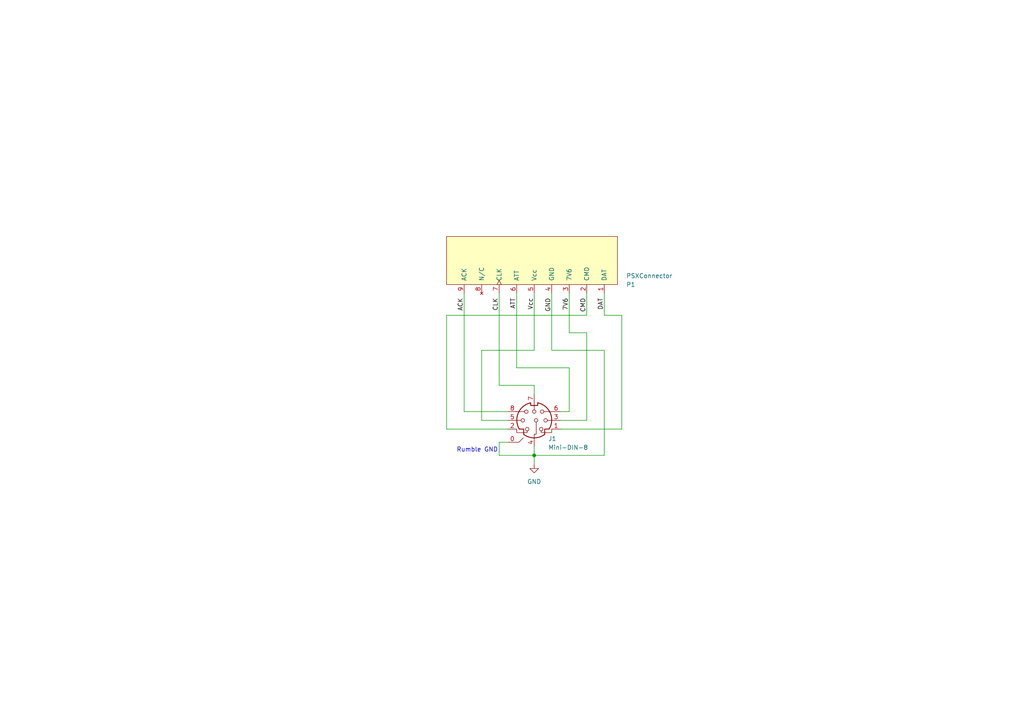
<source format=kicad_sch>
(kicad_sch (version 20250114) (generator "eeschema") (generator_version "9.0")
  (paper "A4")
  (title_block (title "Hori PS2 DQ Controller Mini DIN to PlayStation Plug Adapter") (date "2026-02-06") (rev "1.0") (company "Jeff Chen"))
  (lib_symbols
    (symbol "Connector:Mini-DIN-8" (pin_names (offset 1.016))
      (property "Reference" "J1" (at 4.064 -5.334 0))
      (property "Value" "Mini-DIN-8" (at 4.064 -7.874 0))
      (symbol "Mini-DIN-8_0_1"
        (polyline (pts (xy -5.08 -6.35) (xy -4.445 -6.35)))
        (polyline (pts (xy -4.445 -6.35) (xy -3.175 -5.08)))
        (polyline (pts (xy -4.318 -2.54) (xy -3.048 -2.54) (xy -3.048 -4.064)) (stroke (width 0.254)))
        (polyline (pts (xy -3.81 0) (xy -5.08 0)))
        (circle (center -3.302 0) (radius 0.508))
        (polyline (pts (xy -2.794 2.54) (xy -5.334 2.54)))
        (circle (center -2.286 2.5146) (radius 0.508))
        (circle (center -2.032 -2.54) (radius 0.508))
        (polyline (pts (xy -2.032 -3.048) (xy -2.032 -3.556) (xy -5.08 -3.556) (xy -5.08 -2.54)))
        (polyline (pts (xy -1.016 5.08) (xy -1.016 4.318) (xy 1.016 4.318) (xy 1.016 5.08)) (stroke (width 0.254)))
        (polyline (pts (xy 0 5.1054) (xy 0 3.048)))
        (circle (center 0 2.54) (radius 0.508))
        (arc (start 3.048 -4.064) (mid 0 -5.08) (end -3.048 -4.064) (stroke (width 0.254)))
        (arc (start 1.016 5.08) (mid 4.6646 2.1356) (end 4.318 -2.54) (stroke (width 0.254)))
        (arc (start -4.318 -2.54) (mid -4.6241 2.1181) (end -1.016 5.08) (stroke (width 0.254)))
        (polyline (pts (xy 0.5842 -0.508) (xy 0.5842 -4.0132) (xy 0 -4.0132) (xy 0 -5.1816)))
        (circle (center 2.032 -2.54) (radius 0.508))
        (polyline (pts (xy 2.032 -3.048) (xy 2.032 -3.556) (xy 5.08 -3.556) (xy 5.08 -2.54)))
        (circle (center 2.286 2.54) (radius 0.508))
        (polyline (pts (xy 2.794 2.54) (xy 5.08 2.54)))
        (circle (center 3.302 0) (radius 0.508))
        (polyline (pts (xy 4.318 -2.54) (xy 3.048 -2.54) (xy 3.048 -4.064)) (stroke (width 0.254)))
        (polyline (pts (xy 5.08 0) (xy 3.81 0)))
      )
      (symbol "Mini-DIN-8_1_1"
        (circle (center 0.5334 0) (radius 0.508))
        (pin passive line (at -7.62 2.54 0) (length 2.54) (name "~") (number "8"))
        (pin passive line (at -7.62 0 0) (length 2.54) (name "~") (number "5"))
        (pin passive line (at -7.62 -2.54 0) (length 2.54) (name "~") (number "2"))
        (pin output line (at -7.62 -6.35 0) (length 2.54) (name "") (number "0"))
        (pin passive line (at 0 7.62 270) (length 2.54) (name "~") (number "7"))
        (pin passive line (at 0 -7.62 90) (length 2.54) (name "~") (number "4"))
        (pin passive line (at 7.62 2.54 180) (length 2.54) (name "~") (number "6"))
        (pin passive line (at 7.62 0 180) (length 2.54) (name "~") (number "3"))
        (pin passive line (at 7.62 -2.54 180) (length 2.54) (name "~") (number "1"))
      )
    )
    (symbol "DQ PS2 Controller Adapter:PSXConnector" (pin_names (offset 1.016))
      (property "Reference" "P1" (at 12.7001 1.27 90))
      (property "Value" "PSXConnector" (at 10.1601 1.27 90))
      (symbol "PSXConnector_0_1"
        (rectangle (start -13.97 0) (end 0 -49.53) (fill (type background)))
      )
      (symbol "PSXConnector_1_1"
        (pin output line (at 2.54 -3.81 180) (length 2.54) (name "DAT") (number "1"))
        (pin input line (at 2.54 -8.89 180) (length 2.54) (name "CMD") (number "2"))
        (pin power_in line (at 2.54 -13.97 180) (length 2.54) (name "7V6") (number "3"))
        (pin power_out line (at 2.54 -19.05 180) (length 2.54) (name "GND") (number "4"))
        (pin power_in line (at 2.54 -24.13 180) (length 2.54) (name "Vcc") (number "5"))
        (pin output line (at 2.54 -29.21 180) (length 2.54) (name "ATT") (number "6"))
        (pin input clock (at 2.54 -34.29 180) (length 2.54) (name "CLK") (number "7"))
        (pin no_connect line (at 2.54 -39.37 180) (length 2.54) (name "N/C") (number "8"))
        (pin output line (at 2.54 -44.45 180) (length 2.54) (name "ACK") (number "9"))
      )
    )
    (symbol "power:GND" (power) (pin_numbers (hide yes)) (pin_names (offset 0) (hide yes))
      (property "Value" "GND" (at 0 -3.81 0))
      (symbol "GND_0_1"
        (polyline (pts (xy 0 0) (xy 0 -1.27) (xy 1.27 -1.27) (xy 0 -2.54) (xy -1.27 -1.27) (xy 0 -1.27)))
      )
      (symbol "GND_1_1"
        (pin power_in line (at 0 0 270) (length 0) (name "~") (number "1"))
      )
    )
  )
  (text "Rumble GND" (at 138.43 130.556 0) (effects (font (size 1.27 1.27))))
  (junction (at 154.94 132.08))
  (wire (pts (xy 147.32 121.92) (xy 139.7 121.92)))
  (wire (pts (xy 170.18 91.44) (xy 170.18 85.09)))
  (wire (pts (xy 154.94 114.3) (xy 154.94 111.76)))
  (wire (pts (xy 144.78 132.08) (xy 154.94 132.08)))
  (wire (pts (xy 154.94 111.76) (xy 144.78 111.76)))
  (wire (pts (xy 162.56 121.92) (xy 170.18 121.92)))
  (wire (pts (xy 129.54 124.46) (xy 129.54 91.44)))
  (wire (pts (xy 165.1 106.68) (xy 149.86 106.68)))
  (wire (pts (xy 170.18 121.92) (xy 170.18 96.52)))
  (wire (pts (xy 162.56 119.38) (xy 165.1 119.38)))
  (wire (pts (xy 149.86 106.68) (xy 149.86 85.09)))
  (wire (pts (xy 139.7 121.92) (xy 139.7 101.6)))
  (wire (pts (xy 162.56 124.46) (xy 180.34 124.46)))
  (wire (pts (xy 170.18 96.52) (xy 165.1 96.52)))
  (wire (pts (xy 180.34 124.46) (xy 180.34 91.44)))
  (wire (pts (xy 154.94 132.08) (xy 154.94 129.54)))
  (wire (pts (xy 180.34 91.44) (xy 175.26 91.44)))
  (wire (pts (xy 165.1 96.52) (xy 165.1 85.09)))
  (wire (pts (xy 175.26 101.6) (xy 160.02 101.6)))
  (wire (pts (xy 175.26 132.08) (xy 175.26 101.6)))
  (wire (pts (xy 154.94 132.08) (xy 154.94 134.62)))
  (wire (pts (xy 165.1 119.38) (xy 165.1 106.68)))
  (wire (pts (xy 147.32 119.38) (xy 134.62 119.38)))
  (wire (pts (xy 139.7 101.6) (xy 154.94 101.6)))
  (wire (pts (xy 175.26 85.09) (xy 175.26 91.44)))
  (wire (pts (xy 134.62 119.38) (xy 134.62 85.09)))
  (wire (pts (xy 144.78 128.27) (xy 144.78 132.08)))
  (wire (pts (xy 154.94 101.6) (xy 154.94 85.09)))
  (wire (pts (xy 154.94 132.08) (xy 175.26 132.08)))
  (wire (pts (xy 129.54 91.44) (xy 170.18 91.44)))
  (wire (pts (xy 147.32 128.27) (xy 144.78 128.27)))
  (wire (pts (xy 160.02 101.6) (xy 160.02 85.09)))
  (wire (pts (xy 144.78 111.76) (xy 144.78 85.09)))
  (wire (pts (xy 147.32 124.46) (xy 129.54 124.46)))
  (label "Vcc" (at 154.94 86.36 270))
  (label "ACK" (at 134.62 86.36 270))
  (label "GND" (at 160.02 86.36 270))
  (label "7V6" (at 165.1 86.36 270))
  (label "CMD" (at 170.18 86.36 270))
  (label "CLK" (at 144.78 86.36 270))
  (label "DAT" (at 175.26 86.36 270))
  (label "ATT" (at 149.86 86.36 270))
  (symbol (lib_id "DQ PS2 Controller Adapter:PSXConnector") (at 179.07 82.55 270) (unit 1)
    (property "Reference" "P1" (at 181.61 82.55 90) (effects (justify left)))
    (property "Value" "PSXConnector" (at 181.61 80.01 90) (effects (justify left)))
    (property "Footprint" "DQ PS2 Controller Adapter:PSXController" (effects (hide yes)))
  )
  (symbol (lib_id "Connector:Mini-DIN-8") (at 154.94 121.92 0) (unit 1)
    (property "Reference" "J1" (at 159.004 127.254 0) (effects (justify left)))
    (property "Value" "Mini-DIN-8" (at 159.004 129.794 0) (effects (justify left)))
    (property "Footprint" "DQ PS2 Controller Adapter:Mini DIN 8Pin THT" (effects (hide yes)))
    (property "Datasheet" "http://service.powerdynamics.com/ec/Catalog17/Section%2011.pdf" (effects (hide yes)))
    (property "Description" "8-pin Mini-DIN connector" (effects (hide yes)))
  )
  (symbol (lib_id "power:GND") (at 154.94 134.62 0) (unit 1)
    (property "Reference" "#PWR01" (effects (hide yes)))
    (property "Value" "GND" (at 154.94 139.7 0))
    (property "Description" "Power symbol creates a global label with name \"GND\" , ground" (effects (hide yes)))
  )
)
</source>
